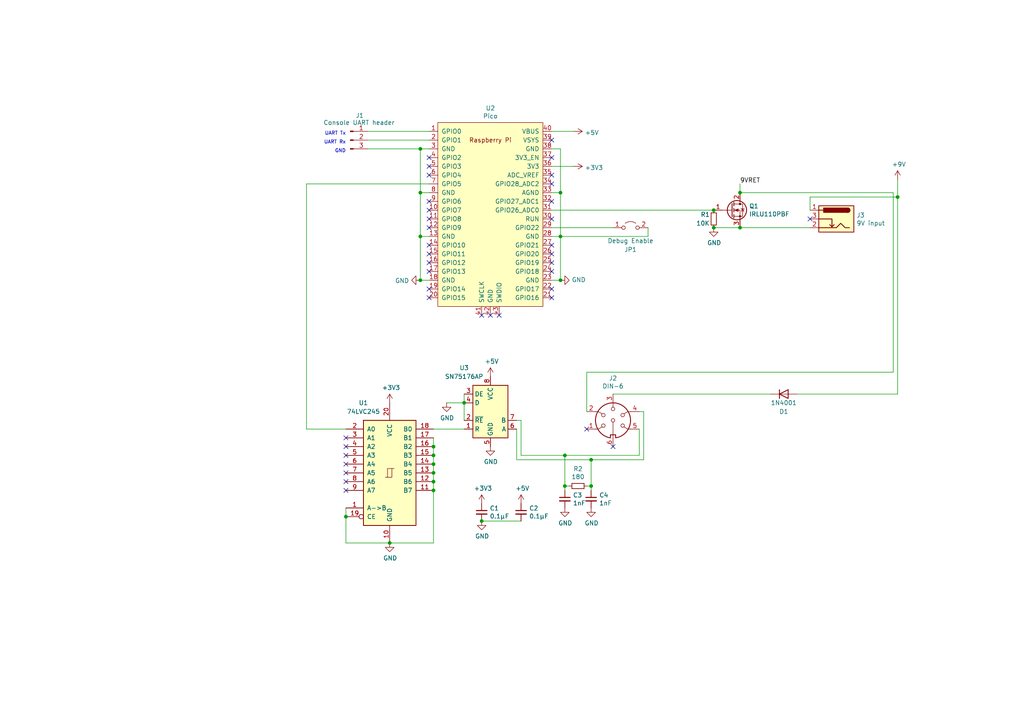
<source format=kicad_sch>
(kicad_sch (version 20211123) (generator eeschema)
  (paper "A4")
  (title_block (title "NABU Keyboard to USB Adapter") (date "2023-04-09") (rev "0.2") (company "(c) 2022 Jason R. Thorpe. See LICENSE."))
  (lib_symbols
    (symbol "74xx:74LS245" (pin_names (offset 1.016))
      (property "Reference" "U" (at -7.62 16.51 0))
      (property "Value" "74LS245" (at -7.62 -16.51 0))
      (symbol "74LS245_1_0"
        (polyline (pts (xy -0.635 -1.27) (xy -0.635 1.27) (xy 0.635 1.27)))
        (polyline (pts (xy -1.27 -1.27) (xy 0.635 -1.27) (xy 0.635 1.27) (xy 1.27 1.27)))
        (pin input line (at -12.7 -10.16 0) (length 5.08) (name "A->B") (number "1"))
        (pin power_in line (at 0 -20.32 90) (length 5.08) (name "GND") (number "10"))
        (pin tri_state line (at 12.7 -5.08 180) (length 5.08) (name "B7") (number "11"))
        (pin tri_state line (at 12.7 -2.54 180) (length 5.08) (name "B6") (number "12"))
        (pin tri_state line (at 12.7 0 180) (length 5.08) (name "B5") (number "13"))
        (pin tri_state line (at 12.7 2.54 180) (length 5.08) (name "B4") (number "14"))
        (pin tri_state line (at 12.7 5.08 180) (length 5.08) (name "B3") (number "15"))
        (pin tri_state line (at 12.7 7.62 180) (length 5.08) (name "B2") (number "16"))
        (pin tri_state line (at 12.7 10.16 180) (length 5.08) (name "B1") (number "17"))
        (pin tri_state line (at 12.7 12.7 180) (length 5.08) (name "B0") (number "18"))
        (pin input inverted (at -12.7 -12.7 0) (length 5.08) (name "CE") (number "19"))
        (pin tri_state line (at -12.7 12.7 0) (length 5.08) (name "A0") (number "2"))
        (pin power_in line (at 0 20.32 270) (length 5.08) (name "VCC") (number "20"))
        (pin tri_state line (at -12.7 10.16 0) (length 5.08) (name "A1") (number "3"))
        (pin tri_state line (at -12.7 7.62 0) (length 5.08) (name "A2") (number "4"))
        (pin tri_state line (at -12.7 5.08 0) (length 5.08) (name "A3") (number "5"))
        (pin tri_state line (at -12.7 2.54 0) (length 5.08) (name "A4") (number "6"))
        (pin tri_state line (at -12.7 0 0) (length 5.08) (name "A5") (number "7"))
        (pin tri_state line (at -12.7 -2.54 0) (length 5.08) (name "A6") (number "8"))
        (pin tri_state line (at -12.7 -5.08 0) (length 5.08) (name "A7") (number "9"))
      )
      (symbol "74LS245_1_1"
        (rectangle (start -7.62 15.24) (end 7.62 -15.24) (stroke (width 0.254)) (fill (type background)))
      )
    )
    (symbol "Connector:Barrel_Jack_Switch" (pin_names hide)
      (property "Reference" "J" (at 0 5.334 0))
      (property "Value" "Barrel_Jack_Switch" (at 0 -5.08 0))
      (symbol "Barrel_Jack_Switch_0_1"
        (rectangle (start -5.08 3.81) (end 5.08 -3.81) (stroke (width 0.254)) (fill (type background)))
        (arc (start -3.302 3.175) (mid -3.937 2.54) (end -3.302 1.905) (stroke (width 0.254)))
        (arc (start -3.302 3.175) (mid -3.937 2.54) (end -3.302 1.905) (stroke (width 0.254)) (fill (type outline)))
        (polyline (pts (xy 1.27 -2.286) (xy 1.905 -1.651)) (stroke (width 0.254)))
        (polyline (pts (xy 5.08 2.54) (xy 3.81 2.54)) (stroke (width 0.254)))
        (polyline (pts (xy 5.08 0) (xy 1.27 0) (xy 1.27 -2.286) (xy 0.635 -1.651)) (stroke (width 0.254)))
        (polyline (pts (xy -3.81 -2.54) (xy -2.54 -2.54) (xy -1.27 -1.27) (xy 0 -2.54) (xy 2.54 -2.54) (xy 5.08 -2.54)) (stroke (width 0.254)))
        (rectangle (start 3.683 3.175) (end -3.302 1.905) (stroke (width 0.254)) (fill (type outline)))
      )
      (symbol "Barrel_Jack_Switch_1_1"
        (pin passive line (at 7.62 2.54 180) (length 2.54) (name "~") (number "1"))
        (pin passive line (at 7.62 -2.54 180) (length 2.54) (name "~") (number "2"))
        (pin passive line (at 7.62 0 180) (length 2.54) (name "~") (number "3"))
      )
    )
    (symbol "Connector:Conn_01x03_Male" (pin_names (offset 1.016) hide)
      (property "Reference" "J" (at 0 5.08 0))
      (property "Value" "Conn_01x03_Male" (at 0 -5.08 0))
      (symbol "Conn_01x03_Male_1_1"
        (polyline (pts (xy 1.27 -2.54) (xy 0.8636 -2.54)) (stroke (width 0.1524)))
        (polyline (pts (xy 1.27 0) (xy 0.8636 0)) (stroke (width 0.1524)))
        (polyline (pts (xy 1.27 2.54) (xy 0.8636 2.54)) (stroke (width 0.1524)))
        (rectangle (start 0.8636 -2.413) (end 0 -2.667) (stroke (width 0.1524)) (fill (type outline)))
        (rectangle (start 0.8636 0.127) (end 0 -0.127) (stroke (width 0.1524)) (fill (type outline)))
        (rectangle (start 0.8636 2.667) (end 0 2.413) (stroke (width 0.1524)) (fill (type outline)))
        (pin passive line (at 5.08 2.54 180) (length 3.81) (name "Pin_1") (number "1"))
        (pin passive line (at 5.08 0 180) (length 3.81) (name "Pin_2") (number "2"))
        (pin passive line (at 5.08 -2.54 180) (length 3.81) (name "Pin_3") (number "3"))
      )
    )
    (symbol "Connector:DIN-6" (pin_names (offset 1.016))
      (property "Reference" "J" (at 3.175 5.715 0))
      (property "Value" "DIN-6" (at 4.445 -4.445 0))
      (symbol "DIN-6_0_1"
        (arc (start -5.08 0) (mid -3.8609 -3.3364) (end -0.762 -5.08) (stroke (width 0.254)))
        (circle (center -2.794 -1.524) (radius 0.508))
        (circle (center -2.794 1.524) (radius 0.508))
        (polyline (pts (xy 0 -5.08) (xy 0 -0.508)))
        (polyline (pts (xy 0 5.08) (xy 0 3.81)))
        (polyline (pts (xy -5.08 -2.54) (xy -4.318 -2.54) (xy -3.175 -1.905)))
        (polyline (pts (xy -5.08 2.54) (xy -4.318 2.54) (xy -3.175 1.905)))
        (polyline (pts (xy 5.08 -2.54) (xy 4.318 -2.54) (xy 3.175 -1.905)))
        (polyline (pts (xy 5.08 2.54) (xy 4.318 2.54) (xy 3.175 1.905)))
        (polyline (pts (xy -0.762 -4.953) (xy -0.762 -4.191) (xy 0.762 -4.191) (xy 0.762 -4.953)) (stroke (width 0.254)))
        (circle (center 0 0) (radius 0.508))
        (circle (center 0 3.302) (radius 0.508))
        (arc (start 0.762 -5.08) (mid 3.8685 -3.343) (end 5.08 0) (stroke (width 0.254)))
        (circle (center 2.794 -1.524) (radius 0.508))
        (circle (center 2.794 1.524) (radius 0.508))
        (arc (start 5.08 0) (mid 0 5.08) (end -5.08 0) (stroke (width 0.254)))
      )
      (symbol "DIN-6_1_1"
        (pin passive line (at -7.62 -2.54 0) (length 2.54) (name "~") (number "1"))
        (pin passive line (at -7.62 2.54 0) (length 2.54) (name "~") (number "2"))
        (pin passive line (at 0 7.62 270) (length 2.54) (name "~") (number "3"))
        (pin passive line (at 7.62 2.54 180) (length 2.54) (name "~") (number "4"))
        (pin passive line (at 7.62 -2.54 180) (length 2.54) (name "~") (number "5"))
        (pin passive line (at 0 -7.62 90) (length 2.54) (name "~") (number "6"))
      )
    )
    (symbol "Device:C_Small" (pin_numbers hide) (pin_names (offset 0.254) hide)
      (property "Reference" "C" (at 0.254 1.778 0))
      (property "Value" "C_Small" (at 0.254 -2.032 0))
      (symbol "C_Small_0_1"
        (polyline (pts (xy -1.524 -0.508) (xy 1.524 -0.508)) (stroke (width 0.3302)))
        (polyline (pts (xy -1.524 0.508) (xy 1.524 0.508)) (stroke (width 0.3048)))
      )
      (symbol "C_Small_1_1"
        (pin passive line (at 0 2.54 270) (length 2.032) (name "~") (number "1"))
        (pin passive line (at 0 -2.54 90) (length 2.032) (name "~") (number "2"))
      )
    )
    (symbol "Device:Q_NMOS_GDS" (pin_names (offset 0) hide)
      (property "Reference" "Q" (at 5.08 1.27 0))
      (property "Value" "Q_NMOS_GDS" (at 5.08 -1.27 0))
      (symbol "Q_NMOS_GDS_0_1"
        (polyline (pts (xy 0.254 0) (xy -2.54 0)))
        (polyline (pts (xy 0.254 1.905) (xy 0.254 -1.905)) (stroke (width 0.254)))
        (polyline (pts (xy 0.762 -1.27) (xy 0.762 -2.286)) (stroke (width 0.254)))
        (polyline (pts (xy 0.762 0.508) (xy 0.762 -0.508)) (stroke (width 0.254)))
        (polyline (pts (xy 0.762 2.286) (xy 0.762 1.27)) (stroke (width 0.254)))
        (polyline (pts (xy 2.54 2.54) (xy 2.54 1.778)))
        (polyline (pts (xy 2.54 -2.54) (xy 2.54 0) (xy 0.762 0)))
        (polyline (pts (xy 0.762 -1.778) (xy 3.302 -1.778) (xy 3.302 1.778) (xy 0.762 1.778)))
        (polyline (pts (xy 1.016 0) (xy 2.032 0.381) (xy 2.032 -0.381) (xy 1.016 0)) (fill (type outline)))
        (polyline (pts (xy 2.794 0.508) (xy 2.921 0.381) (xy 3.683 0.381) (xy 3.81 0.254)))
        (polyline (pts (xy 3.302 0.381) (xy 2.921 -0.254) (xy 3.683 -0.254) (xy 3.302 0.381)))
        (circle (center 1.651 0) (radius 2.794) (stroke (width 0.254)))
        (circle (center 2.54 -1.778) (radius 0.254) (fill (type outline)))
        (circle (center 2.54 1.778) (radius 0.254) (fill (type outline)))
      )
      (symbol "Q_NMOS_GDS_1_1"
        (pin input line (at -5.08 0 0) (length 2.54) (name "G") (number "1"))
        (pin passive line (at 2.54 5.08 270) (length 2.54) (name "D") (number "2"))
        (pin passive line (at 2.54 -5.08 90) (length 2.54) (name "S") (number "3"))
      )
    )
    (symbol "Device:R_Small" (pin_numbers hide) (pin_names (offset 0.254) hide)
      (property "Reference" "R" (at 0.762 0.508 0))
      (property "Value" "R_Small" (at 0.762 -1.016 0))
      (symbol "R_Small_0_1"
        (rectangle (start -0.762 1.778) (end 0.762 -1.778) (stroke (width 0.2032)))
      )
      (symbol "R_Small_1_1"
        (pin passive line (at 0 2.54 270) (length 0.762) (name "~") (number "1"))
        (pin passive line (at 0 -2.54 90) (length 0.762) (name "~") (number "2"))
      )
    )
    (symbol "Diode:1N4001" (pin_numbers hide) (pin_names hide)
      (property "Reference" "D" (at 0 2.54 0))
      (property "Value" "1N4001" (at 0 -2.54 0))
      (symbol "1N4001_0_1"
        (polyline (pts (xy -1.27 1.27) (xy -1.27 -1.27)) (stroke (width 0.254)))
        (polyline (pts (xy 1.27 0) (xy -1.27 0)))
        (polyline (pts (xy 1.27 1.27) (xy 1.27 -1.27) (xy -1.27 0) (xy 1.27 1.27)) (stroke (width 0.254)))
      )
      (symbol "1N4001_1_1"
        (pin passive line (at -3.81 0 0) (length 2.54) (name "K") (number "1"))
        (pin passive line (at 3.81 0 180) (length 2.54) (name "A") (number "2"))
      )
    )
    (symbol "Interface_UART:SN75176AP"
      (property "Reference" "U" (at -4.318 8.89 0))
      (property "Value" "SN75176AP" (at 1.016 8.89 0))
      (symbol "SN75176AP_0_1"
        (rectangle (start -5.08 7.62) (end 5.08 -7.62) (stroke (width 0.254)) (fill (type background)))
      )
      (symbol "SN75176AP_1_1"
        (pin output line (at -7.62 -5.08 0) (length 2.54) (name "R") (number "1"))
        (pin input line (at -7.62 -2.54 0) (length 2.54) (name "~{RE}") (number "2"))
        (pin input line (at -7.62 5.08 0) (length 2.54) (name "DE") (number "3"))
        (pin input line (at -7.62 2.54 0) (length 2.54) (name "D") (number "4"))
        (pin power_in line (at 0 -10.16 90) (length 2.54) (name "GND") (number "5"))
        (pin bidirectional line (at 7.62 -5.08 180) (length 2.54) (name "A") (number "6"))
        (pin bidirectional line (at 7.62 -2.54 180) (length 2.54) (name "B") (number "7"))
        (pin power_in line (at 0 10.16 270) (length 2.54) (name "VCC") (number "8"))
      )
    )
    (symbol "Jumper:Jumper_2_Open" (pin_names (offset 0) hide)
      (property "Reference" "JP" (at 0 2.794 0))
      (property "Value" "Jumper_2_Open" (at 0 -2.286 0))
      (symbol "Jumper_2_Open_0_0"
        (circle (center -2.032 0) (radius 0.508))
        (circle (center 2.032 0) (radius 0.508))
      )
      (symbol "Jumper_2_Open_0_1"
        (arc (start 1.524 1.27) (mid 0 1.778) (end -1.524 1.27))
      )
      (symbol "Jumper_2_Open_1_1"
        (pin passive line (at -5.08 0 0) (length 2.54) (name "A") (number "1"))
        (pin passive line (at 5.08 0 180) (length 2.54) (name "B") (number "2"))
      )
    )
    (symbol "jrt-RPi_Pico:Pico" (pin_names (offset 1.016))
      (property "Reference" "U" (at -13.97 27.94 0))
      (property "Value" "Pico" (at 0 19.05 0))
      (symbol "Pico_0_0"
        (text "Raspberry Pi" (at 0 21.59 0) (effects (font (size 1.27 1.27))))
      )
      (symbol "Pico_0_1"
        (rectangle (start -15.24 26.67) (end 15.24 -26.67) (fill (type background)))
      )
      (symbol "Pico_1_1"
        (pin bidirectional line (at -17.78 24.13 0) (length 2.54) (name "GPIO0") (number "1"))
        (pin bidirectional line (at -17.78 1.27 0) (length 2.54) (name "GPIO7") (number "10"))
        (pin bidirectional line (at -17.78 -1.27 0) (length 2.54) (name "GPIO8") (number "11"))
        (pin bidirectional line (at -17.78 -3.81 0) (length 2.54) (name "GPIO9") (number "12"))
        (pin power_in line (at -17.78 -6.35 0) (length 2.54) (name "GND") (number "13"))
        (pin bidirectional line (at -17.78 -8.89 0) (length 2.54) (name "GPIO10") (number "14"))
        (pin bidirectional line (at -17.78 -11.43 0) (length 2.54) (name "GPIO11") (number "15"))
        (pin bidirectional line (at -17.78 -13.97 0) (length 2.54) (name "GPIO12") (number "16"))
        (pin bidirectional line (at -17.78 -16.51 0) (length 2.54) (name "GPIO13") (number "17"))
        (pin power_in line (at -17.78 -19.05 0) (length 2.54) (name "GND") (number "18"))
        (pin bidirectional line (at -17.78 -21.59 0) (length 2.54) (name "GPIO14") (number "19"))
        (pin bidirectional line (at -17.78 21.59 0) (length 2.54) (name "GPIO1") (number "2"))
        (pin bidirectional line (at -17.78 -24.13 0) (length 2.54) (name "GPIO15") (number "20"))
        (pin bidirectional line (at 17.78 -24.13 180) (length 2.54) (name "GPIO16") (number "21"))
        (pin bidirectional line (at 17.78 -21.59 180) (length 2.54) (name "GPIO17") (number "22"))
        (pin power_in line (at 17.78 -19.05 180) (length 2.54) (name "GND") (number "23"))
        (pin bidirectional line (at 17.78 -16.51 180) (length 2.54) (name "GPIO18") (number "24"))
        (pin bidirectional line (at 17.78 -13.97 180) (length 2.54) (name "GPIO19") (number "25"))
        (pin bidirectional line (at 17.78 -11.43 180) (length 2.54) (name "GPIO20") (number "26"))
        (pin bidirectional line (at 17.78 -8.89 180) (length 2.54) (name "GPIO21") (number "27"))
        (pin power_in line (at 17.78 -6.35 180) (length 2.54) (name "GND") (number "28"))
        (pin bidirectional line (at 17.78 -3.81 180) (length 2.54) (name "GPIO22") (number "29"))
        (pin power_in line (at -17.78 19.05 0) (length 2.54) (name "GND") (number "3"))
        (pin input line (at 17.78 -1.27 180) (length 2.54) (name "RUN") (number "30"))
        (pin bidirectional line (at 17.78 1.27 180) (length 2.54) (name "GPIO26_ADC0") (number "31"))
        (pin bidirectional line (at 17.78 3.81 180) (length 2.54) (name "GPIO27_ADC1") (number "32"))
        (pin power_in line (at 17.78 6.35 180) (length 2.54) (name "AGND") (number "33"))
        (pin bidirectional line (at 17.78 8.89 180) (length 2.54) (name "GPIO28_ADC2") (number "34"))
        (pin unspecified line (at 17.78 11.43 180) (length 2.54) (name "ADC_VREF") (number "35"))
        (pin unspecified line (at 17.78 13.97 180) (length 2.54) (name "3V3") (number "36"))
        (pin input line (at 17.78 16.51 180) (length 2.54) (name "3V3_EN") (number "37"))
        (pin bidirectional line (at 17.78 19.05 180) (length 2.54) (name "GND") (number "38"))
        (pin unspecified line (at 17.78 21.59 180) (length 2.54) (name "VSYS") (number "39"))
        (pin bidirectional line (at -17.78 16.51 0) (length 2.54) (name "GPIO2") (number "4"))
        (pin unspecified line (at 17.78 24.13 180) (length 2.54) (name "VBUS") (number "40"))
        (pin input line (at -2.54 -29.21 90) (length 2.54) (name "SWCLK") (number "41"))
        (pin power_in line (at 0 -29.21 90) (length 2.54) (name "GND") (number "42"))
        (pin bidirectional line (at 2.54 -29.21 90) (length 2.54) (name "SWDIO") (number "43"))
        (pin bidirectional line (at -17.78 13.97 0) (length 2.54) (name "GPIO3") (number "5"))
        (pin bidirectional line (at -17.78 11.43 0) (length 2.54) (name "GPIO4") (number "6"))
        (pin bidirectional line (at -17.78 8.89 0) (length 2.54) (name "GPIO5") (number "7"))
        (pin power_in line (at -17.78 6.35 0) (length 2.54) (name "GND") (number "8"))
        (pin bidirectional line (at -17.78 3.81 0) (length 2.54) (name "GPIO6") (number "9"))
      )
    )
    (symbol "power:+3V3" (power) (pin_names (offset 0))
      (property "Value" "+3V3" (at 0 3.556 0))
      (symbol "+3V3_0_1"
        (polyline (pts (xy -0.762 1.27) (xy 0 2.54)))
        (polyline (pts (xy 0 0) (xy 0 2.54)))
        (polyline (pts (xy 0 2.54) (xy 0.762 1.27)))
      )
      (symbol "+3V3_1_1"
        (pin power_in line (at 0 0 90) (length 0) hide (name "+3V3") (number "1"))
      )
    )
    (symbol "power:+5V" (power) (pin_names (offset 0))
      (property "Value" "+5V" (at 0 3.556 0))
      (symbol "+5V_0_1"
        (polyline (pts (xy -0.762 1.27) (xy 0 2.54)))
        (polyline (pts (xy 0 0) (xy 0 2.54)))
        (polyline (pts (xy 0 2.54) (xy 0.762 1.27)))
      )
      (symbol "+5V_1_1"
        (pin power_in line (at 0 0 90) (length 0) hide (name "+5V") (number "1"))
      )
    )
    (symbol "power:+9V" (power) (pin_names (offset 0))
      (property "Value" "+9V" (at 0 3.556 0))
      (symbol "+9V_0_1"
        (polyline (pts (xy -0.762 1.27) (xy 0 2.54)))
        (polyline (pts (xy 0 0) (xy 0 2.54)))
        (polyline (pts (xy 0 2.54) (xy 0.762 1.27)))
      )
      (symbol "+9V_1_1"
        (pin power_in line (at 0 0 90) (length 0) hide (name "+9V") (number "1"))
      )
    )
    (symbol "power:GND" (power) (pin_names (offset 0))
      (property "Value" "GND" (at 0 -3.81 0))
      (symbol "GND_0_1"
        (polyline (pts (xy 0 0) (xy 0 -1.27) (xy 1.27 -1.27) (xy 0 -2.54) (xy -1.27 -1.27) (xy 0 -1.27)))
      )
      (symbol "GND_1_1"
        (pin power_in line (at 0 0 270) (length 0) hide (name "GND") (number "1"))
      )
    )
  )
  (junction (at 207.01 66.04))
  (junction (at 162.56 81.28))
  (junction (at 125.73 139.7))
  (junction (at 125.73 137.16))
  (junction (at 260.35 57.15))
  (junction (at 121.92 43.18))
  (junction (at 214.63 66.04))
  (junction (at 171.45 133.35))
  (junction (at 125.73 134.62))
  (junction (at 125.73 129.54))
  (junction (at 125.73 142.24))
  (junction (at 121.92 68.58))
  (junction (at 162.56 55.88))
  (junction (at 121.92 81.28))
  (junction (at 121.92 55.88))
  (junction (at 100.33 149.86))
  (junction (at 163.83 140.97))
  (junction (at 171.45 140.97))
  (junction (at 207.01 60.96))
  (junction (at 139.7 151.13))
  (junction (at 163.83 132.08))
  (junction (at 134.62 116.84))
  (junction (at 113.03 157.48))
  (junction (at 162.56 68.58))
  (junction (at 214.63 55.88))
  (junction (at 125.73 132.08))
  (no_connect (at 142.24 91.44))
  (no_connect (at 160.02 76.2))
  (no_connect (at 170.18 124.46))
  (no_connect (at 234.95 63.5))
  (no_connect (at 124.46 63.5))
  (no_connect (at 124.46 76.2))
  (no_connect (at 160.02 50.8))
  (no_connect (at 160.02 40.64))
  (no_connect (at 144.78 91.44))
  (no_connect (at 124.46 66.04))
  (no_connect (at 160.02 78.74))
  (no_connect (at 124.46 58.42))
  (no_connect (at 124.46 45.72))
  (no_connect (at 124.46 50.8))
  (no_connect (at 124.46 71.12))
  (no_connect (at 160.02 86.36))
  (no_connect (at 160.02 73.66))
  (no_connect (at 160.02 58.42))
  (no_connect (at 160.02 71.12))
  (no_connect (at 160.02 63.5))
  (no_connect (at 124.46 73.66))
  (no_connect (at 124.46 83.82))
  (no_connect (at 160.02 83.82))
  (no_connect (at 160.02 53.34))
  (no_connect (at 100.33 134.62))
  (no_connect (at 177.8 129.54))
  (no_connect (at 100.33 129.54))
  (no_connect (at 100.33 142.24))
  (no_connect (at 100.33 139.7))
  (no_connect (at 124.46 86.36))
  (no_connect (at 160.02 45.72))
  (no_connect (at 100.33 137.16))
  (no_connect (at 124.46 60.96))
  (no_connect (at 139.7 91.44))
  (no_connect (at 124.46 78.74))
  (no_connect (at 100.33 127))
  (no_connect (at 124.46 48.26))
  (no_connect (at 100.33 132.08))
  (wire (pts (xy 134.62 116.84) (xy 134.62 121.92)))
  (wire (pts (xy 88.9 53.34) (xy 88.9 124.46)))
  (wire (pts (xy 139.7 151.13) (xy 151.13 151.13)))
  (wire (pts (xy 214.63 66.04) (xy 207.01 66.04)))
  (wire (pts (xy 260.35 114.3) (xy 231.14 114.3)))
  (wire (pts (xy 100.33 149.86) (xy 100.33 157.48)))
  (wire (pts (xy 170.18 107.95) (xy 170.18 119.38)))
  (wire (pts (xy 125.73 137.16) (xy 125.73 139.7)))
  (wire (pts (xy 214.63 66.04) (xy 234.95 66.04)))
  (wire (pts (xy 186.69 119.38) (xy 185.42 119.38)))
  (wire (pts (xy 187.96 68.58) (xy 187.96 66.04)))
  (wire (pts (xy 186.69 133.35) (xy 186.69 119.38)))
  (wire (pts (xy 165.1 140.97) (xy 163.83 140.97)))
  (wire (pts (xy 259.08 107.95) (xy 170.18 107.95)))
  (wire (pts (xy 162.56 55.88) (xy 160.02 55.88)))
  (wire (pts (xy 88.9 124.46) (xy 100.33 124.46)))
  (wire (pts (xy 106.68 38.1) (xy 124.46 38.1)))
  (wire (pts (xy 163.83 142.24) (xy 163.83 140.97)))
  (wire (pts (xy 125.73 142.24) (xy 125.73 157.48)))
  (wire (pts (xy 125.73 132.08) (xy 125.73 134.62)))
  (wire (pts (xy 214.63 53.34) (xy 214.63 55.88)))
  (wire (pts (xy 171.45 133.35) (xy 149.86 133.35)))
  (wire (pts (xy 185.42 132.08) (xy 185.42 124.46)))
  (wire (pts (xy 170.18 140.97) (xy 171.45 140.97)))
  (wire (pts (xy 106.68 43.18) (xy 121.92 43.18)))
  (wire (pts (xy 121.92 55.88) (xy 124.46 55.88)))
  (wire (pts (xy 160.02 48.26) (xy 166.37 48.26)))
  (wire (pts (xy 171.45 133.35) (xy 186.69 133.35)))
  (wire (pts (xy 259.08 55.88) (xy 259.08 107.95)))
  (wire (pts (xy 160.02 43.18) (xy 162.56 43.18)))
  (wire (pts (xy 121.92 43.18) (xy 124.46 43.18)))
  (wire (pts (xy 129.54 116.84) (xy 134.62 116.84)))
  (wire (pts (xy 163.83 132.08) (xy 185.42 132.08)))
  (wire (pts (xy 162.56 68.58) (xy 187.96 68.58)))
  (wire (pts (xy 160.02 38.1) (xy 166.37 38.1)))
  (wire (pts (xy 171.45 142.24) (xy 171.45 140.97)))
  (wire (pts (xy 125.73 129.54) (xy 125.73 132.08)))
  (wire (pts (xy 151.13 132.08) (xy 151.13 121.92)))
  (wire (pts (xy 160.02 68.58) (xy 162.56 68.58)))
  (wire (pts (xy 160.02 66.04) (xy 177.8 66.04)))
  (wire (pts (xy 121.92 68.58) (xy 121.92 81.28)))
  (wire (pts (xy 151.13 121.92) (xy 149.86 121.92)))
  (wire (pts (xy 223.52 114.3) (xy 177.8 114.3)))
  (wire (pts (xy 100.33 147.32) (xy 100.33 149.86)))
  (wire (pts (xy 100.33 157.48) (xy 113.03 157.48)))
  (wire (pts (xy 125.73 124.46) (xy 134.62 124.46)))
  (wire (pts (xy 162.56 43.18) (xy 162.56 55.88)))
  (wire (pts (xy 234.95 57.15) (xy 260.35 57.15)))
  (wire (pts (xy 162.56 68.58) (xy 162.56 81.28)))
  (wire (pts (xy 234.95 60.96) (xy 234.95 57.15)))
  (wire (pts (xy 162.56 55.88) (xy 162.56 68.58)))
  (wire (pts (xy 106.68 40.64) (xy 124.46 40.64)))
  (wire (pts (xy 88.9 53.34) (xy 124.46 53.34)))
  (wire (pts (xy 260.35 57.15) (xy 260.35 52.07)))
  (wire (pts (xy 125.73 157.48) (xy 113.03 157.48)))
  (wire (pts (xy 121.92 55.88) (xy 121.92 68.58)))
  (wire (pts (xy 125.73 139.7) (xy 125.73 142.24)))
  (wire (pts (xy 163.83 140.97) (xy 163.83 132.08)))
  (wire (pts (xy 125.73 134.62) (xy 125.73 137.16)))
  (wire (pts (xy 125.73 127) (xy 125.73 129.54)))
  (wire (pts (xy 134.62 114.3) (xy 134.62 116.84)))
  (wire (pts (xy 163.83 132.08) (xy 151.13 132.08)))
  (wire (pts (xy 121.92 43.18) (xy 121.92 55.88)))
  (wire (pts (xy 171.45 140.97) (xy 171.45 133.35)))
  (wire (pts (xy 162.56 81.28) (xy 160.02 81.28)))
  (wire (pts (xy 214.63 55.88) (xy 259.08 55.88)))
  (wire (pts (xy 121.92 68.58) (xy 124.46 68.58)))
  (wire (pts (xy 160.02 60.96) (xy 207.01 60.96)))
  (wire (pts (xy 260.35 57.15) (xy 260.35 114.3)))
  (wire (pts (xy 149.86 133.35) (xy 149.86 124.46)))
  (wire (pts (xy 121.92 81.28) (xy 124.46 81.28)))
  (text "GND" (at 100.33 44.45 180) (effects (font (size 0.9906 0.9906)) (justify right bottom)))
  (text "UART Tx" (at 100.33 39.37 180) (effects (font (size 0.9906 0.9906)) (justify right bottom)))
  (text "UART Rx" (at 100.33 41.91 180) (effects (font (size 0.9906 0.9906)) (justify right bottom)))
  (label "9VRET" (at 214.63 53.34 0))
  (symbol (lib_id "jrt-RPi_Pico:Pico") (at 142.24 62.23 0) (unit 1)
    (property "Reference" "U2" (at 142.24 31.369 0))
    (property "Value" "Pico" (at 142.24 33.6804 0))
    (property "Footprint" "jrt-RPi_Pico:RPi_Pico_TH" (effects hide))
  )
  (symbol (lib_id "Connector:Conn_01x03_Male") (at 101.6 40.64 0) (unit 1)
    (property "Reference" "J1" (at 104.3432 33.5026 0))
    (property "Value" "Console UART header" (at 104.14 35.56 0))
    (property "Footprint" "Connector_PinHeader_2.54mm:PinHeader_1x03_P2.54mm_Vertical" (effects hide))
  )
  (symbol (lib_id "Jumper:Jumper_2_Open") (at 182.88 66.04 0) (unit 1)
    (property "Reference" "JP1" (at 182.88 72.39 0))
    (property "Value" "Debug Enable" (at 182.88 69.85 0))
    (property "Footprint" "Connector_PinHeader_2.54mm:PinHeader_1x02_P2.54mm_Vertical" (effects hide))
  )
  (symbol (lib_id "Interface_UART:SN75176AP") (at 142.24 119.38 0) (unit 1)
    (property "Reference" "U3" (at 134.62 106.68 0))
    (property "Value" "SN75176AP" (at 134.62 109.22 0))
    (property "Footprint" "Package_DIP:DIP-8_W7.62mm_Socket" (effects hide))
    (property "Datasheet" "http://www.ti.com/lit/ds/symlink/sn75176a.pdf" (effects hide))
  )
  (symbol (lib_id "power:GND") (at 129.54 116.84 0) (unit 1)
    (property "Reference" "#PWR03" (effects hide))
    (property "Value" "GND" (at 129.667 121.2342 0))
  )
  (symbol (lib_id "power:GND") (at 142.24 129.54 0) (unit 1)
    (property "Reference" "#PWR07" (effects hide))
    (property "Value" "GND" (at 142.367 133.9342 0))
  )
  (symbol (lib_id "Device:C_Small") (at 139.7 148.59 0) (unit 1)
    (property "Reference" "C1" (at 142.0368 147.4216 0) (effects (justify left)))
    (property "Value" "0.1µF" (at 142.0368 149.733 0) (effects (justify left)))
    (property "Footprint" "Capacitor_THT:C_Disc_D6.0mm_W4.4mm_P5.00mm" (effects hide))
  )
  (symbol (lib_id "74xx:74LS245") (at 113.03 137.16 0) (unit 1)
    (property "Reference" "U1" (at 105.41 116.84 0))
    (property "Value" "74LVC245" (at 105.41 119.38 0))
    (property "Footprint" "Package_DIP:DIP-20_W7.62mm_Socket" (effects hide))
    (property "Datasheet" "http://www.ti.com/lit/gpn/sn74LS245" (effects hide))
  )
  (symbol (lib_id "Device:C_Small") (at 151.13 148.59 0) (unit 1)
    (property "Reference" "C2" (at 153.4668 147.4216 0) (effects (justify left)))
    (property "Value" "0.1µF" (at 153.4668 149.733 0) (effects (justify left)))
    (property "Footprint" "Capacitor_THT:C_Disc_D6.0mm_W4.4mm_P5.00mm" (effects hide))
  )
  (symbol (lib_id "power:GND") (at 139.7 151.13 0) (unit 1)
    (property "Reference" "#PWR05" (effects hide))
    (property "Value" "GND" (at 139.827 155.5242 0))
  )
  (symbol (lib_id "power:+5V") (at 151.13 146.05 0) (unit 1)
    (property "Reference" "#PWR04" (effects hide))
    (property "Value" "+5V" (at 151.511 141.6558 0))
  )
  (symbol (lib_id "power:+3V3") (at 139.7 146.05 0) (unit 1)
    (property "Reference" "#PWR08" (effects hide))
    (property "Value" "+3V3" (at 140.081 141.6558 0))
  )
  (symbol (lib_id "power:GND") (at 113.03 157.48 0) (unit 1)
    (property "Reference" "#PWR02" (effects hide))
    (property "Value" "GND" (at 113.157 161.8742 0))
  )
  (symbol (lib_id "power:+3V3") (at 113.03 116.84 0) (unit 1)
    (property "Reference" "#PWR01" (effects hide))
    (property "Value" "+3V3" (at 113.411 112.4458 0))
  )
  (symbol (lib_id "power:+5V") (at 142.24 109.22 0) (unit 1)
    (property "Reference" "#PWR06" (effects hide))
    (property "Value" "+5V" (at 142.621 104.8258 0))
  )
  (symbol (lib_id "power:+5V") (at 166.37 38.1 270) (unit 1)
    (property "Reference" "#PWR09" (effects hide))
    (property "Value" "+5V" (at 169.6212 38.481 90) (effects (justify left)))
  )
  (symbol (lib_id "power:+3V3") (at 166.37 48.26 270) (unit 1)
    (property "Reference" "#PWR010" (effects hide))
    (property "Value" "+3V3" (at 169.6212 48.641 90) (effects (justify left)))
  )
  (symbol (lib_id "Connector:DIN-6") (at 177.8 121.92 0) (unit 1)
    (property "Reference" "J2" (at 177.8 109.7026 0))
    (property "Value" "DIN-6" (at 177.8 112.014 0))
    (property "Footprint" "jrt-Connectors:Jack_DIN-6_CLIFF_FC680806" (effects hide))
    (property "Datasheet" "https://datasheet.octopart.com/MAB-6-H-Hirschmann-datasheet-569838.pdf" (effects hide))
  )
  (symbol (lib_id "Connector:Barrel_Jack_Switch") (at 242.57 63.5 0) (mirror y) (unit 1)
    (property "Reference" "J3" (at 248.412 62.4332 0) (effects (justify right)))
    (property "Value" "9V input" (at 248.412 64.7446 0) (effects (justify right)))
    (property "Footprint" "jrt-Connectors:Kobiconn_163-179PH-EX-5_5-2_1mm-1_5A" (effects hide))
  )
  (symbol (lib_id "Device:Q_NMOS_GDS") (at 212.09 60.96 0) (unit 1)
    (property "Reference" "Q1" (at 217.2716 59.7916 0) (effects (justify left)))
    (property "Value" "IRLU110PBF" (at 217.2716 62.103 0) (effects (justify left)))
    (property "Footprint" "Package_TO_SOT_THT:TO-251-3-1EP_Horizontal_TabDown" (effects hide))
  )
  (symbol (lib_id "Device:R_Small") (at 207.01 63.5 0) (unit 1)
    (property "Reference" "R1" (at 203.2 62.23 0) (effects (justify left)))
    (property "Value" "10K" (at 201.93 64.77 0) (effects (justify left)))
    (property "Footprint" "Resistor_THT:R_Axial_DIN0207_L6.3mm_D2.5mm_P7.62mm_Horizontal" (effects hide))
    (property "Part" "YAGEO MFR50SFTE52-10K" (effects hide))
  )
  (symbol (lib_id "power:GND") (at 207.01 66.04 0) (unit 1)
    (property "Reference" "#PWR011" (effects hide))
    (property "Value" "GND" (at 207.137 70.4342 0))
  )
  (symbol (lib_id "power:GND") (at 121.92 81.28 270) (unit 1)
    (property "Reference" "#PWR0101" (effects hide))
    (property "Value" "GND" (at 118.6688 81.407 90) (effects (justify right)))
  )
  (symbol (lib_id "power:GND") (at 162.56 81.28 90) (unit 1)
    (property "Reference" "#PWR0102" (effects hide))
    (property "Value" "GND" (at 165.8112 81.153 90) (effects (justify right)))
  )
  (symbol (lib_id "power:+9V") (at 260.35 52.07 0) (unit 1)
    (property "Reference" "#PWR012" (effects hide))
    (property "Value" "+9V" (at 260.731 47.6758 0))
  )
  (symbol (lib_id "Device:R_Small") (at 167.64 140.97 270) (unit 1)
    (property "Reference" "R2" (at 167.64 135.9916 90))
    (property "Value" "180" (at 167.64 138.303 90))
    (property "Footprint" "Resistor_THT:R_Axial_DIN0207_L6.3mm_D2.5mm_P2.54mm_Vertical" (effects hide))
    (property "Part" "YAGEO MFR50SFTE52-180R" (effects hide))
  )
  (symbol (lib_id "power:GND") (at 171.45 147.32 0) (unit 1)
    (property "Reference" "#PWR0103" (effects hide))
    (property "Value" "GND" (at 171.577 151.7142 0))
  )
  (symbol (lib_id "power:GND") (at 163.83 147.32 0) (unit 1)
    (property "Reference" "#PWR0104" (effects hide))
    (property "Value" "GND" (at 163.957 151.7142 0))
  )
  (symbol (lib_id "Device:C_Small") (at 163.83 144.78 0) (unit 1)
    (property "Reference" "C3" (at 166.1668 143.6116 0) (effects (justify left)))
    (property "Value" "1nF" (at 166.1668 145.923 0) (effects (justify left)))
    (property "Footprint" "Capacitor_THT:C_Disc_D6.0mm_W4.4mm_P5.00mm" (effects hide))
  )
  (symbol (lib_id "Device:C_Small") (at 171.45 144.78 0) (unit 1)
    (property "Reference" "C4" (at 173.7868 143.6116 0) (effects (justify left)))
    (property "Value" "1nF" (at 173.7868 145.923 0) (effects (justify left)))
    (property "Footprint" "Capacitor_THT:C_Disc_D6.0mm_W4.4mm_P5.00mm" (effects hide))
  )
  (symbol (lib_id "Diode:1N4001") (at 227.33 114.3 0) (unit 1)
    (property "Reference" "D1" (at 227.33 119.38 0))
    (property "Value" "1N4001" (at 227.33 116.84 0))
    (property "Footprint" "Diode_THT:D_DO-41_SOD81_P10.16mm_Horizontal" (effects hide))
    (property "Datasheet" "http://www.vishay.com/docs/88503/1n4001.pdf" (effects hide))
  )
)
</source>
